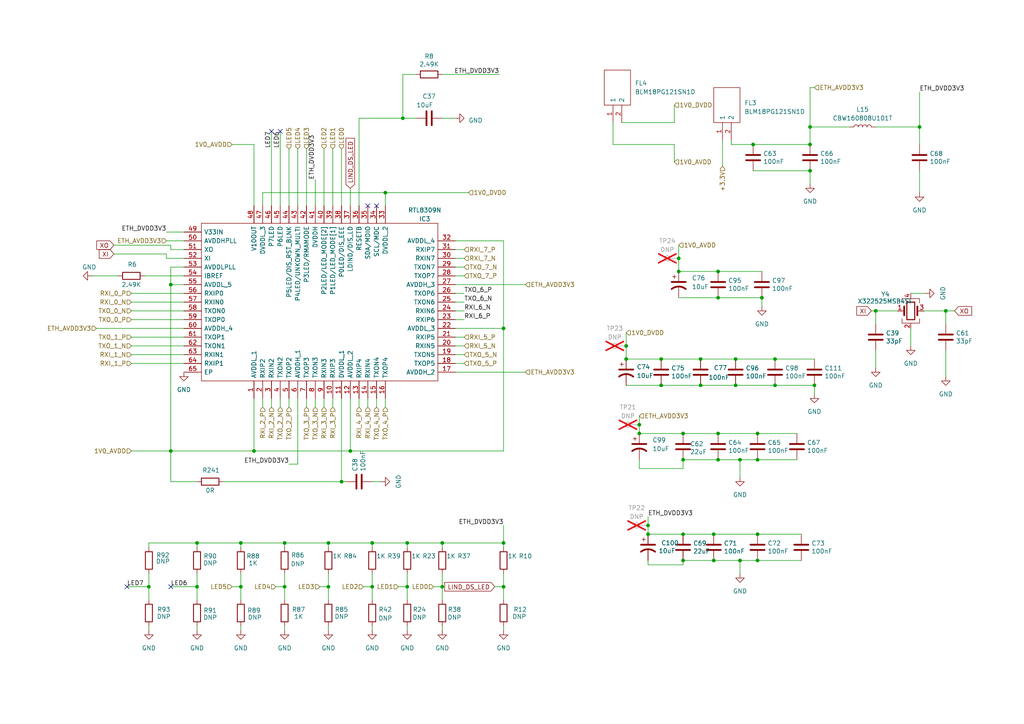
<source format=kicad_sch>
(kicad_sch (version 20231120) (generator "eeschema") (generator_version "8.0")
  (paper "A4")
  (lib_symbols
    (symbol "BLM18PG121SN1D:BLM18PG121SN1D" (pin_names (offset 0.762))
      (property "Reference" "FL" (at 16.51 7.62 0))
      (property "Value" "BLM18PG121SN1D" (at 16.51 5.08 0))
      (symbol "BLM18PG121SN1D_0_0"
        (pin passive line (at 0 0 0) (length 5.08) (name "1") (number "1"))
        (pin passive line (at 0 -2.54 0) (length 5.08) (name "2") (number "2"))
      )
      (symbol "BLM18PG121SN1D_0_1"
        (polyline (pts (xy 5.08 2.54) (xy 15.24 2.54) (xy 15.24 -5.08) (xy 5.08 -5.08) (xy 5.08 2.54)) (stroke (width 0.1524)))
      )
    )
    (symbol "Connector:TestPoint" (pin_numbers hide) (pin_names (offset 0.762) hide)
      (property "Reference" "TP" (at 0 6.858 0))
      (property "Value" "TestPoint" (at 0 5.08 0))
      (symbol "TestPoint_0_1"
        (circle (center 0 3.302) (radius 0.762))
      )
      (symbol "TestPoint_1_1"
        (pin passive line (at 0 0 90) (length 2.54) (name "1") (number "1"))
      )
    )
    (symbol "Device:C" (pin_numbers hide) (pin_names (offset 0.254))
      (property "Reference" "C" (at 0.635 2.54 0))
      (property "Value" "C" (at 0.635 -2.54 0))
      (symbol "C_0_1"
        (polyline (pts (xy -2.032 -0.762) (xy 2.032 -0.762)) (stroke (width 0.508)))
        (polyline (pts (xy -2.032 0.762) (xy 2.032 0.762)) (stroke (width 0.508)))
      )
      (symbol "C_1_1"
        (pin passive line (at 0 3.81 270) (length 2.794) (name "~") (number "1"))
        (pin passive line (at 0 -3.81 90) (length 2.794) (name "~") (number "2"))
      )
    )
    (symbol "Device:C_Polarized_US" (pin_numbers hide) (pin_names (offset 0.254) hide)
      (property "Reference" "C" (at 0.635 2.54 0))
      (property "Value" "C_Polarized_US" (at 0.635 -2.54 0))
      (symbol "C_Polarized_US_0_1"
        (polyline (pts (xy -2.032 0.762) (xy 2.032 0.762)) (stroke (width 0.508)))
        (polyline (pts (xy -1.778 2.286) (xy -0.762 2.286)))
        (polyline (pts (xy -1.27 1.778) (xy -1.27 2.794)))
        (arc (start 2.032 -1.27) (mid 0 -0.5572) (end -2.032 -1.27) (stroke (width 0.508)))
      )
      (symbol "C_Polarized_US_1_1"
        (pin passive line (at 0 3.81 270) (length 2.794) (name "~") (number "1"))
        (pin passive line (at 0 -3.81 90) (length 3.302) (name "~") (number "2"))
      )
    )
    (symbol "Device:Crystal_GND2" (pin_names (offset 1.016) hide)
      (property "Reference" "Y" (at -6.604 4.318 0))
      (property "Value" "Crystal_GND2" (at -10.414 -2.794 0))
      (symbol "Crystal_GND2_0_1"
        (rectangle (start -1.143 2.54) (end 1.143 -2.54) (stroke (width 0.3048)))
        (polyline (pts (xy -2.54 0) (xy -1.905 0)))
        (polyline (pts (xy -1.905 -1.27) (xy -1.905 1.27)) (stroke (width 0.508)))
        (polyline (pts (xy 0 -3.81) (xy 0 -3.556)))
        (polyline (pts (xy 0 3.81) (xy 0 3.556)))
        (polyline (pts (xy 1.905 0) (xy 2.54 0)))
        (polyline (pts (xy 1.905 1.27) (xy 1.905 -1.27)) (stroke (width 0.508)))
        (polyline (pts (xy -2.54 -2.286) (xy -2.54 -3.556) (xy 2.54 -3.556) (xy 2.54 -2.286)))
        (polyline (pts (xy 2.54 2.286) (xy 2.54 3.556) (xy -2.54 3.556) (xy -2.54 2.286)))
      )
      (symbol "Crystal_GND2_1_1"
        (pin passive line (at -3.81 0 0) (length 1.27) (name "1") (number "1"))
        (pin passive line (at 0 -5.08 90) (length 1.27) (name "2") (number "2"))
        (pin passive line (at 3.81 0 180) (length 1.27) (name "3") (number "3"))
        (pin passive line (at 0 5.08 270) (length 1.27) (name "4") (number "4"))
      )
    )
    (symbol "Device:L" (pin_numbers hide) (pin_names (offset 1.016) hide)
      (property "Reference" "L" (at -1.27 0 90))
      (property "Value" "L" (at 1.905 0 90))
      (symbol "L_0_1"
        (arc (start 0 -2.54) (mid 0.6323 -1.905) (end 0 -1.27))
        (arc (start 0 -1.27) (mid 0.6323 -0.635) (end 0 0))
        (arc (start 0 0) (mid 0.6323 0.635) (end 0 1.27))
        (arc (start 0 1.27) (mid 0.6323 1.905) (end 0 2.54))
      )
      (symbol "L_1_1"
        (pin passive line (at 0 3.81 270) (length 1.27) (name "1") (number "1"))
        (pin passive line (at 0 -3.81 90) (length 1.27) (name "2") (number "2"))
      )
    )
    (symbol "Device:R" (pin_numbers hide) (pin_names (offset 0))
      (property "Reference" "R" (at 2.032 0 90))
      (property "Value" "R" (at 0 0 90))
      (symbol "R_0_1"
        (rectangle (start -1.016 -2.54) (end 1.016 2.54) (stroke (width 0.254)))
      )
      (symbol "R_1_1"
        (pin passive line (at 0 3.81 270) (length 1.27) (name "~") (number "1"))
        (pin passive line (at 0 -3.81 90) (length 1.27) (name "~") (number "2"))
      )
    )
    (symbol "RTL8309N:RTL8309N" (pin_names (offset 0.762))
      (property "Reference" "IC" (at 52.07 20.32 0))
      (property "Value" "RTL8309N" (at 52.07 17.78 0))
      (symbol "RTL8309N_0_0"
        (pin passive line (at 0 0 0) (length 5.08) (name "AVDDL_1") (number "1"))
        (pin passive line (at 0 -22.86 0) (length 5.08) (name "RXIP3") (number "10"))
        (pin passive line (at 0 -25.4 0) (length 5.08) (name "DVDDL_1") (number "11"))
        (pin passive line (at 0 -27.94 0) (length 5.08) (name "AVDDL_2") (number "12"))
        (pin passive line (at 0 -30.48 0) (length 5.08) (name "RXIP4") (number "13"))
        (pin passive line (at 0 -33.02 0) (length 5.08) (name "RXIN4") (number "14"))
        (pin passive line (at 0 -35.56 0) (length 5.08) (name "TXON4") (number "15"))
        (pin passive line (at 0 -38.1 0) (length 5.08) (name "TXOP4") (number "16"))
        (pin passive line (at 7.62 -58.42 90) (length 5.08) (name "AVDDH_2") (number "17"))
        (pin passive line (at 10.16 -58.42 90) (length 5.08) (name "TXOP5") (number "18"))
        (pin passive line (at 12.7 -58.42 90) (length 5.08) (name "TXON5") (number "19"))
        (pin passive line (at 0 -2.54 0) (length 5.08) (name "RXIP2") (number "2"))
        (pin passive line (at 15.24 -58.42 90) (length 5.08) (name "RXIN5") (number "20"))
        (pin passive line (at 17.78 -58.42 90) (length 5.08) (name "RXIP5") (number "21"))
        (pin passive line (at 20.32 -58.42 90) (length 5.08) (name "AVDDL_3") (number "22"))
        (pin passive line (at 22.86 -58.42 90) (length 5.08) (name "RXIP6") (number "23"))
        (pin passive line (at 25.4 -58.42 90) (length 5.08) (name "RXIN6") (number "24"))
        (pin passive line (at 27.94 -58.42 90) (length 5.08) (name "TXON6") (number "25"))
        (pin passive line (at 30.48 -58.42 90) (length 5.08) (name "TXOP6") (number "26"))
        (pin passive line (at 33.02 -58.42 90) (length 5.08) (name "AVDDH_3") (number "27"))
        (pin passive line (at 35.56 -58.42 90) (length 5.08) (name "TXOP7") (number "28"))
        (pin passive line (at 38.1 -58.42 90) (length 5.08) (name "TXON7") (number "29"))
        (pin passive line (at 0 -5.08 0) (length 5.08) (name "RXIN2") (number "3"))
        (pin passive line (at 40.64 -58.42 90) (length 5.08) (name "RXIN7") (number "30"))
        (pin passive line (at 43.18 -58.42 90) (length 5.08) (name "RXIP7") (number "31"))
        (pin passive line (at 45.72 -58.42 90) (length 5.08) (name "AVDDL_4") (number "32"))
        (pin passive line (at 55.88 -38.1 180) (length 5.08) (name "DVDDL_2") (number "33"))
        (pin passive line (at 55.88 -35.56 180) (length 5.08) (name "SCL/MDC") (number "34"))
        (pin passive line (at 55.88 -33.02 180) (length 5.08) (name "SDA/MDIO") (number "35"))
        (pin passive line (at 55.88 -30.48 180) (length 5.08) (name "RESETB") (number "36"))
        (pin passive line (at 55.88 -27.94 180) (length 5.08) (name "LDIND/DIS_LD") (number "37"))
        (pin passive line (at 55.88 -25.4 180) (length 5.08) (name "P0LED/DIS_EEE") (number "38"))
        (pin passive line (at 55.88 -22.86 180) (length 5.08) (name "P1LED/LED_MODE[1]") (number "39"))
        (pin passive line (at 0 -7.62 0) (length 5.08) (name "TXON2") (number "4"))
        (pin passive line (at 55.88 -20.32 180) (length 5.08) (name "P2LED/LED_MODE[2]") (number "40"))
        (pin passive line (at 55.88 -17.78 180) (length 5.08) (name "DVDDH") (number "41"))
        (pin passive line (at 55.88 -15.24 180) (length 5.08) (name "P3LED/RMAMODE") (number "42"))
        (pin passive line (at 55.88 -12.7 180) (length 5.08) (name "P4LED/UNKOWN_MULTI") (number "43"))
        (pin passive line (at 55.88 -10.16 180) (length 5.08) (name "P5LED/DIS_RST_BLNK") (number "44"))
        (pin passive line (at 55.88 -7.62 180) (length 5.08) (name "P6LED") (number "45"))
        (pin passive line (at 55.88 -5.08 180) (length 5.08) (name "P7LED") (number "46"))
        (pin passive line (at 55.88 -2.54 180) (length 5.08) (name "DVDDL_3") (number "47"))
        (pin passive line (at 55.88 0 180) (length 5.08) (name "V10OUT") (number "48"))
        (pin passive line (at 48.26 20.32 270) (length 5.08) (name "V33IN") (number "49"))
        (pin passive line (at 0 -10.16 0) (length 5.08) (name "TXOP2") (number "5"))
        (pin passive line (at 45.72 20.32 270) (length 5.08) (name "AVDDHPLL") (number "50"))
        (pin passive line (at 43.18 20.32 270) (length 5.08) (name "XO") (number "51"))
        (pin passive line (at 40.64 20.32 270) (length 5.08) (name "XI") (number "52"))
        (pin passive line (at 38.1 20.32 270) (length 5.08) (name "AVDDLPLL") (number "53"))
        (pin passive line (at 35.56 20.32 270) (length 5.08) (name "IBREF") (number "54"))
        (pin passive line (at 33.02 20.32 270) (length 5.08) (name "AVDDL_5") (number "55"))
        (pin passive line (at 30.48 20.32 270) (length 5.08) (name "RXIP0") (number "56"))
        (pin passive line (at 27.94 20.32 270) (length 5.08) (name "RXIN0") (number "57"))
        (pin passive line (at 25.4 20.32 270) (length 5.08) (name "TXON0") (number "58"))
        (pin passive line (at 22.86 20.32 270) (length 5.08) (name "TXOP0") (number "59"))
        (pin passive line (at 0 -12.7 0) (length 5.08) (name "AVDDH_1") (number "6"))
        (pin passive line (at 20.32 20.32 270) (length 5.08) (name "AVDDH_4") (number "60"))
        (pin passive line (at 17.78 20.32 270) (length 5.08) (name "TXOP1") (number "61"))
        (pin passive line (at 15.24 20.32 270) (length 5.08) (name "TXON1") (number "62"))
        (pin passive line (at 12.7 20.32 270) (length 5.08) (name "RXIN1") (number "63"))
        (pin passive line (at 10.16 20.32 270) (length 5.08) (name "RXIP1") (number "64"))
        (pin passive line (at 7.62 20.32 270) (length 5.08) (name "EP") (number "65"))
        (pin passive line (at 0 -15.24 0) (length 5.08) (name "TXOP3") (number "7"))
        (pin passive line (at 0 -17.78 0) (length 5.08) (name "TXON3") (number "8"))
        (pin passive line (at 0 -20.32 0) (length 5.08) (name "RXIN3") (number "9"))
      )
      (symbol "RTL8309N_0_1"
        (polyline (pts (xy 5.08 15.24) (xy 50.8 15.24) (xy 50.8 -53.34) (xy 5.08 -53.34) (xy 5.08 15.24)) (stroke (width 0.1524)))
      )
    )
    (symbol "power:GND" (power) (pin_names (offset 0))
      (property "Value" "GND" (at 0 -3.81 0))
      (symbol "GND_0_1"
        (polyline (pts (xy 0 0) (xy 0 -1.27) (xy 1.27 -1.27) (xy 0 -2.54) (xy -1.27 -1.27) (xy 0 -1.27)))
      )
      (symbol "GND_1_1"
        (pin power_in line (at 0 0 270) (length 0) hide (name "GND") (number "1"))
      )
    )
  )
  (junction (at 234.95 49.53))
  (junction (at 218.44 41.91))
  (junction (at 118.11 157.48))
  (junction (at 49.53 82.55))
  (junction (at 128.27 157.48))
  (junction (at 220.98 86.36))
  (junction (at 198.12 125.73))
  (junction (at 191.77 111.76))
  (junction (at 118.11 170.18))
  (junction (at 234.95 36.83))
  (junction (at 198.12 133.35))
  (junction (at 219.71 154.94))
  (junction (at 187.96 154.94))
  (junction (at 95.25 170.18))
  (junction (at 208.28 78.74))
  (junction (at 214.63 133.35))
  (junction (at 219.71 125.73))
  (junction (at 196.85 74.93))
  (junction (at 99.06 139.7))
  (junction (at 198.12 154.94))
  (junction (at 116.84 34.29))
  (junction (at 208.28 133.35))
  (junction (at 234.95 41.91))
  (junction (at 57.15 170.18))
  (junction (at 266.7 36.83))
  (junction (at 208.28 86.36))
  (junction (at 57.15 157.48))
  (junction (at 146.05 157.48))
  (junction (at 236.22 111.76))
  (junction (at 203.2 104.14))
  (junction (at 69.85 170.18))
  (junction (at 213.36 111.76))
  (junction (at 146.05 170.18))
  (junction (at 82.55 157.48))
  (junction (at 219.71 133.35))
  (junction (at 254 90.17))
  (junction (at 73.66 130.81))
  (junction (at 43.18 170.18))
  (junction (at 181.61 104.14))
  (junction (at 146.05 95.25))
  (junction (at 213.36 104.14))
  (junction (at 207.01 162.56))
  (junction (at 82.55 170.18))
  (junction (at 224.79 104.14))
  (junction (at 196.85 78.74))
  (junction (at 207.01 154.94))
  (junction (at 198.12 162.56))
  (junction (at 107.95 170.18))
  (junction (at 274.32 90.17))
  (junction (at 191.77 104.14))
  (junction (at 203.2 111.76))
  (junction (at 208.28 125.73))
  (junction (at 107.95 157.48))
  (junction (at 181.61 100.33))
  (junction (at 219.71 162.56))
  (junction (at 187.96 152.4))
  (junction (at 214.63 162.56))
  (junction (at 95.25 157.48))
  (junction (at 101.6 130.81))
  (junction (at 69.85 157.48))
  (junction (at 111.76 55.88))
  (junction (at 224.79 111.76))
  (junction (at 128.27 170.18))
  (junction (at 185.42 123.19))
  (junction (at 49.53 130.81))
  (junction (at 185.42 125.73))
  (no_connect (at 109.22 59.69))
  (no_connect (at 36.83 170.18))
  (no_connect (at 81.28 38.1))
  (no_connect (at 106.68 59.69))
  (no_connect (at 78.74 38.1))
  (no_connect (at 49.53 170.18))
  (wire (pts (xy 266.7 26.67) (xy 266.7 36.83)))
  (wire (pts (xy 128.27 21.59) (xy 144.78 21.59)))
  (wire (pts (xy 203.2 111.76) (xy 213.36 111.76)))
  (wire (pts (xy 146.05 130.81) (xy 146.05 95.25)))
  (wire (pts (xy 82.55 157.48) (xy 95.25 157.48)))
  (wire (pts (xy 38.1 87.63) (xy 53.34 87.63)))
  (wire (pts (xy 146.05 157.48) (xy 146.05 158.75)))
  (wire (pts (xy 181.61 104.14) (xy 191.77 104.14)))
  (wire (pts (xy 207.01 154.94) (xy 219.71 154.94)))
  (wire (pts (xy 134.62 90.17) (xy 132.08 90.17)))
  (wire (pts (xy 83.82 118.11) (xy 83.82 115.57)))
  (wire (pts (xy 214.63 162.56) (xy 219.71 162.56)))
  (wire (pts (xy 196.85 74.93) (xy 196.85 78.74)))
  (wire (pts (xy 106.68 118.11) (xy 106.68 115.57)))
  (wire (pts (xy 48.26 69.85) (xy 53.34 69.85)))
  (wire (pts (xy 111.76 55.88) (xy 111.76 59.69)))
  (wire (pts (xy 218.44 41.91) (xy 234.95 41.91)))
  (wire (pts (xy 120.65 21.59) (xy 116.84 21.59)))
  (wire (pts (xy 115.57 170.18) (xy 118.11 170.18)))
  (wire (pts (xy 57.15 157.48) (xy 69.85 157.48)))
  (wire (pts (xy 132.08 69.85) (xy 146.05 69.85)))
  (wire (pts (xy 132.08 82.55) (xy 152.4 82.55)))
  (wire (pts (xy 95.25 166.37) (xy 95.25 170.18)))
  (wire (pts (xy 181.61 111.76) (xy 191.77 111.76)))
  (wire (pts (xy 267.97 90.17) (xy 274.32 90.17)))
  (wire (pts (xy 76.2 59.69) (xy 76.2 55.88)))
  (wire (pts (xy 208.28 78.74) (xy 220.98 78.74)))
  (wire (pts (xy 57.15 170.18) (xy 57.15 173.99)))
  (wire (pts (xy 99.06 139.7) (xy 100.33 139.7)))
  (wire (pts (xy 107.95 166.37) (xy 107.95 170.18)))
  (wire (pts (xy 187.96 163.83) (xy 198.12 163.83)))
  (wire (pts (xy 101.6 130.81) (xy 146.05 130.81)))
  (wire (pts (xy 212.09 41.91) (xy 218.44 41.91)))
  (wire (pts (xy 78.74 118.11) (xy 78.74 115.57)))
  (wire (pts (xy 99.06 115.57) (xy 99.06 139.7)))
  (wire (pts (xy 214.63 162.56) (xy 214.63 166.37)))
  (wire (pts (xy 191.77 104.14) (xy 203.2 104.14)))
  (wire (pts (xy 57.15 139.7) (xy 49.53 139.7)))
  (wire (pts (xy 146.05 152.4) (xy 146.05 157.48)))
  (wire (pts (xy 146.05 170.18) (xy 146.05 173.99)))
  (wire (pts (xy 49.53 82.55) (xy 49.53 130.81)))
  (wire (pts (xy 101.6 115.57) (xy 101.6 130.81)))
  (wire (pts (xy 88.9 118.11) (xy 88.9 115.57)))
  (wire (pts (xy 214.63 133.35) (xy 219.71 133.35)))
  (wire (pts (xy 105.41 170.18) (xy 107.95 170.18)))
  (wire (pts (xy 107.95 181.61) (xy 107.95 182.88)))
  (wire (pts (xy 99.06 139.7) (xy 64.77 139.7)))
  (wire (pts (xy 36.83 170.18) (xy 43.18 170.18)))
  (wire (pts (xy 195.58 35.56) (xy 195.58 30.48)))
  (wire (pts (xy 86.36 43.18) (xy 86.36 59.69)))
  (wire (pts (xy 38.1 130.81) (xy 49.53 130.81)))
  (wire (pts (xy 99.06 43.18) (xy 99.06 59.69)))
  (wire (pts (xy 49.53 72.39) (xy 53.34 72.39)))
  (wire (pts (xy 82.55 170.18) (xy 82.55 173.99)))
  (wire (pts (xy 96.52 118.11) (xy 96.52 115.57)))
  (wire (pts (xy 43.18 157.48) (xy 43.18 158.75)))
  (wire (pts (xy 260.35 90.17) (xy 254 90.17)))
  (wire (pts (xy 88.9 43.18) (xy 88.9 59.69)))
  (wire (pts (xy 254 36.83) (xy 266.7 36.83)))
  (wire (pts (xy 101.6 54.61) (xy 101.6 59.69)))
  (wire (pts (xy 212.09 40.64) (xy 212.09 41.91)))
  (wire (pts (xy 196.85 71.12) (xy 196.85 74.93)))
  (wire (pts (xy 209.55 40.64) (xy 209.55 48.26)))
  (wire (pts (xy 268.4096 85.09) (xy 264.16 85.09)))
  (wire (pts (xy 107.95 157.48) (xy 107.95 158.75)))
  (wire (pts (xy 252.73 90.17) (xy 254 90.17)))
  (wire (pts (xy 180.34 35.56) (xy 195.58 35.56)))
  (wire (pts (xy 191.77 111.76) (xy 203.2 111.76)))
  (wire (pts (xy 181.61 100.33) (xy 181.61 104.14)))
  (wire (pts (xy 128.27 157.48) (xy 146.05 157.48)))
  (wire (pts (xy 274.32 90.17) (xy 274.32 93.98)))
  (wire (pts (xy 198.12 135.89) (xy 198.12 133.35)))
  (wire (pts (xy 49.53 77.47) (xy 49.53 82.55)))
  (wire (pts (xy 128.27 181.61) (xy 128.27 182.88)))
  (wire (pts (xy 185.42 125.73) (xy 198.12 125.73)))
  (wire (pts (xy 26.67 80.01) (xy 34.29 80.01)))
  (wire (pts (xy 43.18 181.61) (xy 43.18 182.88)))
  (wire (pts (xy 95.25 157.48) (xy 107.95 157.48)))
  (wire (pts (xy 219.71 133.35) (xy 231.14 133.35)))
  (wire (pts (xy 234.95 25.4) (xy 234.95 36.83)))
  (wire (pts (xy 49.53 130.81) (xy 73.66 130.81)))
  (wire (pts (xy 203.2 104.14) (xy 213.36 104.14)))
  (wire (pts (xy 128.27 170.18) (xy 128.27 173.99)))
  (wire (pts (xy 134.62 74.93) (xy 132.08 74.93)))
  (wire (pts (xy 134.62 85.09) (xy 132.08 85.09)))
  (wire (pts (xy 48.26 67.31) (xy 53.34 67.31)))
  (wire (pts (xy 208.28 86.36) (xy 220.98 86.36)))
  (wire (pts (xy 208.28 133.35) (xy 214.63 133.35)))
  (wire (pts (xy 69.85 181.61) (xy 69.85 182.88)))
  (wire (pts (xy 38.1 85.09) (xy 53.34 85.09)))
  (wire (pts (xy 118.11 166.37) (xy 118.11 170.18)))
  (wire (pts (xy 220.98 86.36) (xy 220.98 88.9)))
  (wire (pts (xy 109.22 118.11) (xy 109.22 115.57)))
  (wire (pts (xy 274.32 90.17) (xy 276.86 90.17)))
  (wire (pts (xy 187.96 154.94) (xy 198.12 154.94)))
  (wire (pts (xy 49.53 130.81) (xy 49.53 139.7)))
  (wire (pts (xy 86.36 134.62) (xy 86.36 115.57)))
  (wire (pts (xy 134.62 72.39) (xy 132.08 72.39)))
  (wire (pts (xy 38.1 105.41) (xy 53.34 105.41)))
  (wire (pts (xy 207.01 162.56) (xy 214.63 162.56)))
  (wire (pts (xy 132.08 107.95) (xy 152.4 107.95)))
  (wire (pts (xy 49.53 82.55) (xy 53.34 82.55)))
  (wire (pts (xy 146.05 166.37) (xy 146.05 170.18)))
  (wire (pts (xy 41.91 80.01) (xy 53.34 80.01)))
  (wire (pts (xy 254 90.17) (xy 254 93.98)))
  (wire (pts (xy 38.1 90.17) (xy 53.34 90.17)))
  (wire (pts (xy 43.18 166.37) (xy 43.18 170.18)))
  (wire (pts (xy 128.27 166.37) (xy 128.27 170.18)))
  (wire (pts (xy 69.85 166.37) (xy 69.85 170.18)))
  (wire (pts (xy 185.42 123.19) (xy 185.42 125.73)))
  (wire (pts (xy 198.12 163.83) (xy 198.12 162.56)))
  (wire (pts (xy 33.02 73.66) (xy 48.26 73.66)))
  (wire (pts (xy 67.31 41.91) (xy 73.66 41.91)))
  (wire (pts (xy 254 106.68) (xy 254 101.6)))
  (wire (pts (xy 76.2 118.11) (xy 76.2 115.57)))
  (wire (pts (xy 134.62 77.47) (xy 132.08 77.47)))
  (wire (pts (xy 195.58 41.91) (xy 195.58 46.99)))
  (wire (pts (xy 43.18 157.48) (xy 57.15 157.48)))
  (wire (pts (xy 38.1 100.33) (xy 53.34 100.33)))
  (wire (pts (xy 27.94 95.25) (xy 53.34 95.25)))
  (wire (pts (xy 198.12 162.56) (xy 207.01 162.56)))
  (wire (pts (xy 91.44 52.07) (xy 91.44 59.69)))
  (wire (pts (xy 234.95 36.83) (xy 234.95 41.91)))
  (wire (pts (xy 214.63 138.43) (xy 214.63 133.35)))
  (wire (pts (xy 134.62 92.71) (xy 132.08 92.71)))
  (wire (pts (xy 38.1 92.71) (xy 53.34 92.71)))
  (wire (pts (xy 196.85 78.74) (xy 208.28 78.74)))
  (wire (pts (xy 57.15 181.61) (xy 57.15 182.88)))
  (wire (pts (xy 132.08 34.29) (xy 128.27 34.29)))
  (wire (pts (xy 146.05 181.61) (xy 146.05 182.88)))
  (wire (pts (xy 82.55 181.61) (xy 82.55 182.88)))
  (wire (pts (xy 118.11 170.18) (xy 118.11 173.99)))
  (wire (pts (xy 81.28 118.11) (xy 81.28 115.57)))
  (wire (pts (xy 93.98 43.18) (xy 93.98 59.69)))
  (wire (pts (xy 83.82 134.62) (xy 86.36 134.62)))
  (wire (pts (xy 224.79 104.14) (xy 213.36 104.14)))
  (wire (pts (xy 234.95 53.34) (xy 234.95 49.53)))
  (wire (pts (xy 80.01 170.18) (xy 82.55 170.18)))
  (wire (pts (xy 198.12 125.73) (xy 208.28 125.73)))
  (wire (pts (xy 73.66 130.81) (xy 101.6 130.81)))
  (wire (pts (xy 143.51 170.18) (xy 146.05 170.18)))
  (wire (pts (xy 246.38 36.83) (xy 234.95 36.83)))
  (wire (pts (xy 135.89 55.88) (xy 111.76 55.88)))
  (wire (pts (xy 78.74 38.1) (xy 78.74 59.69)))
  (wire (pts (xy 96.52 43.18) (xy 96.52 59.69)))
  (wire (pts (xy 92.71 170.18) (xy 95.25 170.18)))
  (wire (pts (xy 104.14 118.11) (xy 104.14 115.57)))
  (wire (pts (xy 116.84 21.59) (xy 116.84 34.29)))
  (wire (pts (xy 134.62 87.63) (xy 132.08 87.63)))
  (wire (pts (xy 118.11 157.48) (xy 118.11 158.75)))
  (wire (pts (xy 48.26 74.93) (xy 53.34 74.93)))
  (wire (pts (xy 134.62 97.79) (xy 132.08 97.79)))
  (wire (pts (xy 177.8 35.56) (xy 177.8 41.91)))
  (wire (pts (xy 81.28 38.1) (xy 81.28 59.69)))
  (wire (pts (xy 82.55 166.37) (xy 82.55 170.18)))
  (wire (pts (xy 69.85 157.48) (xy 82.55 157.48)))
  (wire (pts (xy 57.15 157.48) (xy 57.15 158.75)))
  (wire (pts (xy 134.62 102.87) (xy 132.08 102.87)))
  (wire (pts (xy 196.85 86.36) (xy 208.28 86.36)))
  (wire (pts (xy 111.76 118.11) (xy 111.76 115.57)))
  (wire (pts (xy 107.95 157.48) (xy 118.11 157.48)))
  (wire (pts (xy 95.25 157.48) (xy 95.25 158.75)))
  (wire (pts (xy 134.62 100.33) (xy 132.08 100.33)))
  (wire (pts (xy 132.08 95.25) (xy 146.05 95.25)))
  (wire (pts (xy 49.53 170.18) (xy 57.15 170.18)))
  (wire (pts (xy 57.15 166.37) (xy 57.15 170.18)))
  (wire (pts (xy 73.66 41.91) (xy 73.66 59.69)))
  (wire (pts (xy 219.71 154.94) (xy 232.41 154.94)))
  (wire (pts (xy 93.98 118.11) (xy 93.98 115.57)))
  (wire (pts (xy 76.2 55.88) (xy 111.76 55.88)))
  (wire (pts (xy 107.95 170.18) (xy 107.95 173.99)))
  (wire (pts (xy 218.44 49.53) (xy 234.95 49.53)))
  (wire (pts (xy 33.02 71.12) (xy 49.53 71.12)))
  (wire (pts (xy 67.31 170.18) (xy 69.85 170.18)))
  (wire (pts (xy 198.12 133.35) (xy 208.28 133.35)))
  (wire (pts (xy 224.79 111.76) (xy 236.22 111.76)))
  (wire (pts (xy 118.11 157.48) (xy 128.27 157.48)))
  (wire (pts (xy 128.27 157.48) (xy 128.27 158.75)))
  (wire (pts (xy 95.25 170.18) (xy 95.25 173.99)))
  (wire (pts (xy 266.7 36.83) (xy 266.7 41.91)))
  (wire (pts (xy 134.62 105.41) (xy 132.08 105.41)))
  (wire (pts (xy 187.96 162.56) (xy 187.96 163.83)))
  (wire (pts (xy 224.79 104.14) (xy 236.22 104.14)))
  (wire (pts (xy 48.26 73.66) (xy 48.26 74.93)))
  (wire (pts (xy 185.42 133.35) (xy 185.42 135.89)))
  (wire (pts (xy 38.1 97.79) (xy 53.34 97.79)))
  (wire (pts (xy 236.22 111.76) (xy 236.22 114.3)))
  (wire (pts (xy 104.14 34.29) (xy 104.14 59.69)))
  (wire (pts (xy 219.71 162.56) (xy 232.41 162.56)))
  (wire (pts (xy 236.22 25.4) (xy 234.95 25.4)))
  (wire (pts (xy 95.25 181.61) (xy 95.25 182.88)))
  (wire (pts (xy 134.62 80.01) (xy 132.08 80.01)))
  (wire (pts (xy 185.42 120.65) (xy 185.42 123.19)))
  (wire (pts (xy 73.66 115.57) (xy 73.66 130.81)))
  (wire (pts (xy 198.12 154.94) (xy 207.01 154.94)))
  (wire (pts (xy 187.96 152.4) (xy 187.96 154.94)))
  (wire (pts (xy 219.71 125.73) (xy 231.14 125.73)))
  (wire (pts (xy 264.16 100.33) (xy 264.16 95.25)))
  (wire (pts (xy 49.53 71.12) (xy 49.53 72.39)))
  (wire (pts (xy 118.11 181.61) (xy 118.11 182.88)))
  (wire (pts (xy 83.82 43.18) (xy 83.82 59.69)))
  (wire (pts (xy 82.55 157.48) (xy 82.55 158.75)))
  (wire (pts (xy 266.7 55.88) (xy 266.7 49.53)))
  (wire (pts (xy 187.96 149.86) (xy 187.96 152.4)))
  (wire (pts (xy 208.28 125.73) (xy 219.71 125.73)))
  (wire (pts (xy 185.42 135.89) (xy 198.12 135.89)))
  (wire (pts (xy 274.32 109.22) (xy 274.32 101.6)))
  (wire (pts (xy 181.61 96.52) (xy 181.61 100.33)))
  (wire (pts (xy 120.65 34.29) (xy 116.84 34.29)))
  (wire (pts (xy 177.8 41.91) (xy 195.58 41.91)))
  (wire (pts (xy 43.18 170.18) (xy 43.18 173.99)))
  (wire (pts (xy 110.49 139.7) (xy 107.95 139.7)))
  (wire (pts (xy 69.85 170.18) (xy 69.85 173.99)))
  (wire (pts (xy 38.1 102.87) (xy 53.34 102.87)))
  (wire (pts (xy 69.85 157.48) (xy 69.85 158.75)))
  (wire (pts (xy 146.05 69.85) (xy 146.05 95.25)))
  (wire (pts (xy 53.34 77.47) (xy 49.53 77.47)))
  (wire (pts (xy 116.84 34.29) (xy 104.14 34.29)))
  (wire (pts (xy 213.36 111.76) (xy 224.79 111.76)))
  (wire (pts (xy 125.73 170.18) (xy 128.27 170.18)))
  (wire (pts (xy 91.44 118.11) (xy 91.44 115.57)))
  (label "ETH_DVDD3V3" (at 144.78 21.59 180))
  (label "RXI_6_P" (at 134.62 92.71 0))
  (label "RXI_6_N" (at 134.62 90.17 0))
  (label "LED6" (at 81.28 38.1 270))
  (label "TXO_6_N" (at 134.62 87.63 0))
  (label "LED7" (at 36.83 170.18 0))
  (label "ETH_DVDD3V3" (at 83.82 134.62 180))
  (label "ETH_DVDD3V3" (at 146.05 152.4 180))
  (label "ETH_DVDD3V3" (at 187.96 149.86 0))
  (label "ETH_DVDD3V3" (at 266.7 26.67 0))
  (label "TXO_6_P" (at 134.62 85.09 0))
  (label "LED7" (at 78.74 38.1 270))
  (label "ETH_DVDD3V3" (at 48.26 67.31 180))
  (label "ETH_DVDD3V3" (at 91.44 52.07 90))
  (label "LED6" (at 49.53 170.18 0))
  (global_label "XO" (shape input) (at 33.02 71.12 180) (property "Intersheetrefs" "${INTERSHEET_REFS}" (effects (hide yes))))
  (global_label "XO" (shape input) (at 276.86 90.17 0) (property "Intersheetrefs" "${INTERSHEET_REFS}" (effects (hide yes))))
  (global_label "LIND_DS_LED" (shape input) (at 101.6 54.61 90) (property "Intersheetrefs" "${INTERSHEET_REFS}" (effects (hide yes))))
  (global_label "LIND_DS_LED" (shape input) (at 143.51 170.18 180) (property "Intersheetrefs" "${INTERSHEET_REFS}" (effects (hide yes))))
  (global_label "XI" (shape input) (at 33.02 73.66 180) (property "Intersheetrefs" "${INTERSHEET_REFS}" (effects (hide yes))))
  (global_label "XI" (shape input) (at 252.73 90.17 180) (property "Intersheetrefs" "${INTERSHEET_REFS}" (effects (hide yes))))
  (hierarchical_label "RXI_2_P" (shape input) (at 76.2 118.11 270) (property "Intersheetrefs" "${INTERSHEET_REFS}" (effects (hide yes))))
  (hierarchical_label "LED5" (shape input) (at 83.82 43.18 90))
  (hierarchical_label "TXO_2_N" (shape input) (at 81.28 118.11 270) (property "Intersheetrefs" "${INTERSHEET_REFS}" (effects (hide yes))))
  (hierarchical_label "LED0" (shape input) (at 125.73 170.18 180))
  (hierarchical_label "1V0_AVDD" (shape input) (at 196.85 71.12 0))
  (hierarchical_label "RXI_2_N" (shape input) (at 78.74 118.11 270) (property "Intersheetrefs" "${INTERSHEET_REFS}" (effects (hide yes))))
  (hierarchical_label "LED0" (shape input) (at 99.06 43.18 90))
  (hierarchical_label "RXI_0_N" (shape input) (at 38.1 87.63 180) (property "Intersheetrefs" "${INTERSHEET_REFS}" (effects (hide yes))))
  (hierarchical_label "RXI_0_P" (shape input) (at 38.1 85.09 180) (property "Intersheetrefs" "${INTERSHEET_REFS}" (effects (hide yes))))
  (hierarchical_label "TXO_0_N" (shape input) (at 38.1 90.17 180) (property "Intersheetrefs" "${INTERSHEET_REFS}" (effects (hide yes))))
  (hierarchical_label "RXI_4_N" (shape input) (at 106.68 118.11 270) (property "Intersheetrefs" "${INTERSHEET_REFS}" (effects (hide yes))))
  (hierarchical_label "ETH_AVDD3V3" (shape input) (at 48.26 69.85 180))
  (hierarchical_label "1V0_AVDD" (shape input) (at 195.58 46.99 0))
  (hierarchical_label "1V0_AVDD" (shape input) (at 67.31 41.91 180))
  (hierarchical_label "LED5" (shape input) (at 67.31 170.18 180))
  (hierarchical_label "ETH_AVDD3V3" (shape input) (at 27.94 95.25 180))
  (hierarchical_label "1V0_AVDD" (shape input) (at 38.1 130.81 180))
  (hierarchical_label "RXI_4_P" (shape input) (at 104.14 118.11 270) (property "Intersheetrefs" "${INTERSHEET_REFS}" (effects (hide yes))))
  (hierarchical_label "RXI_3_P" (shape input) (at 96.52 118.11 270) (property "Intersheetrefs" "${INTERSHEET_REFS}" (effects (hide yes))))
  (hierarchical_label "TXO_3_N" (shape input) (at 91.44 118.11 270) (property "Intersheetrefs" "${INTERSHEET_REFS}" (effects (hide yes))))
  (hierarchical_label "LED2" (shape input) (at 93.98 43.18 90))
  (hierarchical_label "TXO_0_P" (shape input) (at 38.1 92.71 180) (property "Intersheetrefs" "${INTERSHEET_REFS}" (effects (hide yes))))
  (hierarchical_label "TXO_4_P" (shape input) (at 111.76 118.11 270) (property "Intersheetrefs" "${INTERSHEET_REFS}" (effects (hide yes))))
  (hierarchical_label "ETH_AVDD3V3" (shape input) (at 185.42 120.65 0))
  (hierarchical_label "TXO_3_P" (shape input) (at 88.9 118.11 270) (property "Intersheetrefs" "${INTERSHEET_REFS}" (effects (hide yes))))
  (hierarchical_label "LED1" (shape input) (at 96.52 43.18 90))
  (hierarchical_label "TXO_1_N" (shape input) (at 38.1 100.33 180) (property "Intersheetrefs" "${INTERSHEET_REFS}" (effects (hide yes))))
  (hierarchical_label "TXO_7_P" (shape input) (at 134.62 80.01 0) (property "Intersheetrefs" "${INTERSHEET_REFS}" (effects (hide yes))))
  (hierarchical_label "1V0_DVDD" (shape input) (at 181.61 96.52 0))
  (hierarchical_label "LED4" (shape input) (at 80.01 170.18 180))
  (hierarchical_label "LED3" (shape input) (at 88.9 43.18 90))
  (hierarchical_label "1V0_DVDD" (shape input) (at 135.89 55.88 0))
  (hierarchical_label "ETH_AVDD3V3" (shape input) (at 152.4 107.95 0))
  (hierarchical_label "RXI_5_P" (shape input) (at 134.62 97.79 0) (property "Intersheetrefs" "${INTERSHEET_REFS}" (effects (hide yes))))
  (hierarchical_label "+3.3V" (shape input) (at 209.55 48.26 270))
  (hierarchical_label "TXO_5_P" (shape input) (at 134.62 105.41 0) (property "Intersheetrefs" "${INTERSHEET_REFS}" (effects (hide yes))))
  (hierarchical_label "ETH_AVDD3V3" (shape input) (at 152.4 82.55 0))
  (hierarchical_label "RXI_1_P" (shape input) (at 38.1 105.41 180) (property "Intersheetrefs" "${INTERSHEET_REFS}" (effects (hide yes))))
  (hierarchical_label "1V0_DVDD" (shape input) (at 195.58 30.48 0))
  (hierarchical_label "TXO_2_P" (shape input) (at 83.82 118.11 270) (property "Intersheetrefs" "${INTERSHEET_REFS}" (effects (hide yes))))
  (hierarchical_label "RXI_7_N" (shape input) (at 134.62 74.93 0) (property "Intersheetrefs" "${INTERSHEET_REFS}" (effects (hide yes))))
  (hierarchical_label "RXI_5_N" (shape input) (at 134.62 100.33 0) (property "Intersheetrefs" "${INTERSHEET_REFS}" (effects (hide yes))))
  (hierarchical_label "RXI_7_P" (shape input) (at 134.62 72.39 0) (property "Intersheetrefs" "${INTERSHEET_REFS}" (effects (hide yes))))
  (hierarchical_label "RXI_3_N" (shape input) (at 93.98 118.11 270) (property "Intersheetrefs" "${INTERSHEET_REFS}" (effects (hide yes))))
  (hierarchical_label "ETH_AVDD3V3" (shape input) (at 236.22 25.4 0))
  (hierarchical_label "LED2" (shape input) (at 105.41 170.18 180))
  (hierarchical_label "TXO_1_P" (shape input) (at 38.1 97.79 180) (property "Intersheetrefs" "${INTERSHEET_REFS}" (effects (hide yes))))
  (hierarchical_label "LED4" (shape input) (at 86.36 43.18 90))
  (hierarchical_label "TXO_4_N" (shape input) (at 109.22 118.11 270) (property "Intersheetrefs" "${INTERSHEET_REFS}" (effects (hide yes))))
  (hierarchical_label "TXO_5_N" (shape input) (at 134.62 102.87 0) (property "Intersheetrefs" "${INTERSHEET_REFS}" (effects (hide yes))))
  (hierarchical_label "RXI_1_N" (shape input) (at 38.1 102.87 180) (property "Intersheetrefs" "${INTERSHEET_REFS}" (effects (hide yes))))
  (hierarchical_label "LED3" (shape input) (at 92.71 170.18 180))
  (hierarchical_label "LED1" (shape input) (at 115.57 170.18 180))
  (hierarchical_label "TXO_7_N" (shape input) (at 134.62 77.47 0) (property "Intersheetrefs" "${INTERSHEET_REFS}" (effects (hide yes))))
  (symbol (lib_id "Connector:TestPoint") (at 187.96 152.4 90) (unit 1) (dnp yes)
    (property "Reference" "TP22" (at 184.658 147.32 90))
    (property "Value" "DNP" (at 184.658 149.86 90))
    (property "Footprint" "Connector_Pin:Pin_D1.0mm_L10.0mm" (effects (hide yes)))
    (property "Description" "test point" (effects (hide yes)))
  )
  (symbol (lib_id "Device:C") (at 274.32 97.79 0) (unit 1)
    (property "Reference" "C61" (at 277.241 96.6216 0) (effects (justify left)))
    (property "Value" "33pF" (at 277.241 98.933 0) (effects (justify left)))
    (property "Footprint" "Capacitor_SMD:C_0603_1608Metric" (effects (hide yes)))
    (property "MPN" "CL10C330JB8NNNC" (effects (hide yes)))
  )
  (symbol (lib_id "Device:C") (at 208.28 129.54 0) (unit 1)
    (property "Reference" "C64" (at 211.201 128.3716 0) (effects (justify left)))
    (property "Value" "100nF" (at 211.201 130.683 0) (effects (justify left)))
    (property "Footprint" "Capacitor_SMD:C_0402_1005Metric" (effects (hide yes)))
    (property "MPN" "CC0402KRX7R7BB104" (effects (hide yes)))
  )
  (symbol (lib_id "Device:R") (at 69.85 162.56 180) (unit 1)
    (property "Reference" "R88" (at 73.406 161.29 0))
    (property "Value" "1K" (at 73.406 163.322 0))
    (property "Footprint" "Resistor_SMD:R_0603_1608Metric" (effects (hide yes)))
    (property "MPN" "0603WAF1001T5E" (effects (hide yes)))
  )
  (symbol (lib_id "power:GND") (at 220.98 88.9 0) (unit 1)
    (property "Reference" "#PWR051" (effects (hide yes)))
    (property "Value" "GND" (at 220.98 93.98 0))
  )
  (symbol (lib_id "Device:R") (at 95.25 177.8 180) (unit 1)
    (property "Reference" "R85" (at 99.06 176.784 0))
    (property "Value" "DNP" (at 99.06 178.816 0))
    (property "Footprint" "Resistor_SMD:R_0603_1608Metric" (effects (hide yes)))
  )
  (symbol (lib_id "Device:C") (at 104.14 139.7 90) (unit 1)
    (property "Reference" "C38" (at 102.9716 136.779 0) (effects (justify left)))
    (property "Value" "100nF" (at 105.283 136.779 0) (effects (justify left)))
    (property "Footprint" "Capacitor_SMD:C_0402_1005Metric" (effects (hide yes)))
    (property "MPN" "CC0402KRX7R7BB104" (effects (hide yes)))
  )
  (symbol (lib_id "Device:C") (at 203.2 107.95 0) (unit 1)
    (property "Reference" "C77" (at 207.01 106.68 0) (effects (justify left)))
    (property "Value" "100nF" (at 205.486 109.474 0) (effects (justify left)))
    (property "Footprint" "Capacitor_SMD:C_0402_1005Metric" (effects (hide yes)))
    (property "MPN" "CC0402KRX7R7BB104" (effects (hide yes)))
  )
  (symbol (lib_id "Device:C_Polarized_US") (at 181.61 107.95 0) (unit 1)
    (property "Reference" "C74" (at 184.658 106.426 0) (effects (justify left)))
    (property "Value" "10uF" (at 184.658 108.966 0) (effects (justify left)))
    (property "Footprint" "Capacitor_SMD:C_Elec_3x5.4" (effects (hide yes)))
    (property "Description" "Polarized capacitor, US symbol" (effects (hide yes)))
    (property "MPN" "UWX1C100MCL2GB" (effects (hide yes)))
  )
  (symbol (lib_id "Device:Crystal_GND2") (at 264.16 90.17 0) (unit 1)
    (property "Reference" "Y4" (at 256.794 85.344 0))
    (property "Value" "X322525MSB4SI" (at 256.54 87.376 0))
    (property "Footprint" "Crystal:Crystal_SMD_3225-4Pin_3.2x2.5mm" (effects (hide yes)))
    (property "Description" "Three pin crystal, GND on pin 2" (effects (hide yes)))
    (property "MPN" "X322525MSB4SI" (effects (hide yes)))
  )
  (symbol (lib_id "Device:C") (at 208.28 82.55 0) (unit 1)
    (property "Reference" "C95" (at 211.201 81.3816 0) (effects (justify left)))
    (property "Value" "100nF" (at 211.201 83.693 0) (effects (justify left)))
    (property "Footprint" "Capacitor_SMD:C_0402_1005Metric" (effects (hide yes)))
    (property "MPN" "CC0402KRX7R7BB104" (effects (hide yes)))
  )
  (symbol (lib_id "Connector:TestPoint") (at 181.61 100.33 90) (unit 1) (dnp yes)
    (property "Reference" "TP23" (at 178.308 95.25 90))
    (property "Value" "DNP" (at 178.308 97.79 90))
    (property "Footprint" "Connector_Pin:Pin_D1.0mm_L10.0mm" (effects (hide yes)))
    (property "Description" "test point" (effects (hide yes)))
  )
  (symbol (lib_id "Device:R") (at 146.05 162.56 180) (unit 1)
    (property "Reference" "R10" (at 152.4 161.29 0))
    (property "Value" "1K" (at 148.59 161.29 0))
    (property "Footprint" "Resistor_SMD:R_0603_1608Metric" (effects (hide yes)))
    (property "MPN" "0603WAF1001T5E" (effects (hide yes)))
  )
  (symbol (lib_id "power:GND") (at 95.25 182.88 0) (unit 1)
    (property "Reference" "#PWR019" (effects (hide yes)))
    (property "Value" "GND" (at 95.25 187.96 0))
  )
  (symbol (lib_id "Device:R") (at 107.95 162.56 180) (unit 1)
    (property "Reference" "R39" (at 114.3 161.29 0))
    (property "Value" "1K" (at 110.49 161.29 0))
    (property "Footprint" "Resistor_SMD:R_0603_1608Metric" (effects (hide yes)))
    (property "MPN" "0603WAF1001T5E" (effects (hide yes)))
  )
  (symbol (lib_id "Device:R") (at 118.11 177.8 180) (unit 1)
    (property "Reference" "R24" (at 121.666 176.784 0))
    (property "Value" "DNP" (at 121.666 179.07 0))
    (property "Footprint" "Resistor_SMD:R_0603_1608Metric" (effects (hide yes)))
  )
  (symbol (lib_id "power:GND") (at 69.85 182.88 0) (unit 1)
    (property "Reference" "#PWR021" (effects (hide yes)))
    (property "Value" "GND" (at 69.85 187.96 0))
  )
  (symbol (lib_id "power:GND") (at 53.34 107.95 0) (unit 1)
    (property "Reference" "#PWR034" (effects (hide yes)))
    (property "Value" "GND" (at 53.34 113.03 0))
  )
  (symbol (lib_id "power:GND") (at 234.95 53.34 0) (unit 1)
    (property "Reference" "#PWR03" (effects (hide yes)))
    (property "Value" "GND" (at 234.95 58.42 0))
  )
  (symbol (lib_id "Device:C") (at 232.41 158.75 0) (unit 1)
    (property "Reference" "C73" (at 235.331 157.5816 0) (effects (justify left)))
    (property "Value" "100nF" (at 235.331 159.893 0) (effects (justify left)))
    (property "Footprint" "Capacitor_SMD:C_0402_1005Metric" (effects (hide yes)))
    (property "MPN" "CC0402KRX7R7BB104" (effects (hide yes)))
  )
  (symbol (lib_id "Device:R") (at 128.27 177.8 180) (unit 1)
    (property "Reference" "R38" (at 131.826 176.784 0))
    (property "Value" "DNP" (at 131.826 179.07 0))
    (property "Footprint" "Resistor_SMD:R_0603_1608Metric" (effects (hide yes)))
  )
  (symbol (lib_id "Device:C") (at 266.7 45.72 0) (unit 1)
    (property "Reference" "C68" (at 269.621 44.5516 0) (effects (justify left)))
    (property "Value" "100nF" (at 269.621 46.863 0) (effects (justify left)))
    (property "Footprint" "Capacitor_SMD:C_0402_1005Metric" (effects (hide yes)))
    (property "MPN" "CC0402KRX7R7BB104" (effects (hide yes)))
  )
  (symbol (lib_id "power:GND") (at 274.32 109.22 0) (unit 1)
    (property "Reference" "#PWR013" (effects (hide yes)))
    (property "Value" "GND" (at 274.32 114.3 0))
  )
  (symbol (lib_id "Device:C") (at 236.22 107.95 0) (unit 1)
    (property "Reference" "C111" (at 239.141 106.7816 0) (effects (justify left)))
    (property "Value" "100nF" (at 239.141 109.093 0) (effects (justify left)))
    (property "Footprint" "Capacitor_SMD:C_0402_1005Metric" (effects (hide yes)))
    (property "MPN" "CC0402KRX7R7BB104" (effects (hide yes)))
  )
  (symbol (lib_id "Device:R") (at 118.11 162.56 180) (unit 1)
    (property "Reference" "R23" (at 124.46 161.29 0))
    (property "Value" "1K" (at 120.65 161.29 0))
    (property "Footprint" "Resistor_SMD:R_0603_1608Metric" (effects (hide yes)))
    (property "MPN" "0603WAF1001T5E" (effects (hide yes)))
  )
  (symbol (lib_id "Device:C_Polarized_US") (at 187.96 158.75 0) (unit 1)
    (property "Reference" "C100" (at 191.77 157.48 0) (effects (justify left)))
    (property "Value" "10uF" (at 191.008 159.766 0) (effects (justify left)))
    (property "Footprint" "Capacitor_SMD:C_Elec_3x5.4" (effects (hide yes)))
    (property "Description" "Polarized capacitor, US symbol" (effects (hide yes)))
    (property "MPN" "UWX1C100MCL2GB" (effects (hide yes)))
  )
  (symbol (lib_id "Device:R") (at 38.1 80.01 270) (unit 1)
    (property "Reference" "R6" (at 38.354 76.708 90))
    (property "Value" "2.49K" (at 38.1 82.55 90))
    (property "Footprint" "Resistor_SMD:R_0603_1608Metric" (effects (hide yes)))
    (property "MPN" "0603WAF2491T5E" (effects (hide yes)))
  )
  (symbol (lib_id "Device:C") (at 234.95 45.72 0) (unit 1)
    (property "Reference" "C66" (at 237.871 44.5516 0) (effects (justify left)))
    (property "Value" "100nF" (at 237.871 46.863 0) (effects (justify left)))
    (property "Footprint" "Capacitor_SMD:C_0402_1005Metric" (effects (hide yes)))
    (property "MPN" "CC0402KRX7R7BB104" (effects (hide yes)))
  )
  (symbol (lib_id "BLM18PG121SN1D:BLM18PG121SN1D") (at 177.8 35.56 90) (unit 1)
    (property "Reference" "FL4" (at 184.15 24.1299 90) (effects (justify right)))
    (property "Value" "BLM18PG121SN1D" (at 184.15 26.6699 90) (effects (justify right)))
    (property "Footprint" "BLM18PG121SN1D:BLM18AG102BH1D" (effects (hide yes)))
    (property "Datasheet" "https://www.murata.com/en-us/products/productdetail?partno=BLM18PG121SN1%23" (effects (hide yes)))
    (property "Description" "Ferrite bead SMD 0603 120R 2A Murata Ferrite Bead (Chip Ferrite Bead), 1.6 x 0.8 x 0.8mm (0603), 120 impedance at 100 MHz" (effects (hide yes)))
    (property "Height" "0.95" (effects (hide yes)))
    (property "Manufacturer_Name" "Murata Electronics" (effects (hide yes)))
    (property "Manufacturer_Part_Number" "BLM18PG121SN1D" (effects (hide yes)))
    (property "Mouser Part Number" "81-BLM18PG121SN1D" (effects (hide yes)))
    (property "Mouser Price/Stock" "https://www.mouser.co.uk/ProductDetail/Murata-Electronics/BLM18PG121SN1D?qs=tY8e8KZalarVxhnmnUYZ1A%3D%3D" (effects (hide yes)))
    (property "Arrow Part Number" "BLM18PG121SN1D" (effects (hide yes)))
    (property "Arrow Price/Stock" "https://www.arrow.com/en/products/blm18pg121sn1d/murata-manufacturing?region=nac" (effects (hide yes)))
    (property "MPN" "BLM18PG121SN1D" (effects (hide yes)))
  )
  (symbol (lib_id "Device:C") (at 219.71 129.54 0) (unit 1)
    (property "Reference" "C65" (at 222.631 128.3716 0) (effects (justify left)))
    (property "Value" "100nF" (at 222.631 130.683 0) (effects (justify left)))
    (property "Footprint" "Capacitor_SMD:C_0402_1005Metric" (effects (hide yes)))
    (property "MPN" "CC0402KRX7R7BB104" (effects (hide yes)))
  )
  (symbol (lib_id "Connector:TestPoint") (at 185.42 123.19 90) (unit 1) (dnp yes)
    (property "Reference" "TP21" (at 182.118 118.11 90))
    (property "Value" "DNP" (at 182.118 120.65 90))
    (property "Footprint" "Connector_Pin:Pin_D1.0mm_L10.0mm" (effects (hide yes)))
    (property "Description" "test point" (effects (hide yes)))
  )
  (symbol (lib_id "power:GND") (at 236.22 114.3 0) (unit 1)
    (property "Reference" "#PWR050" (effects (hide yes)))
    (property "Value" "GND" (at 236.22 119.38 0))
  )
  (symbol (lib_id "power:GND") (at 110.49 139.7 90) (unit 1)
    (property "Reference" "#PWR010" (effects (hide yes)))
    (property "Value" "GND" (at 115.57 139.7 0))
  )
  (symbol (lib_id "Device:C") (at 124.46 34.29 90) (unit 1)
    (property "Reference" "C37" (at 124.46 27.94 90))
    (property "Value" "10uF" (at 123.19 30.48 90))
    (property "Footprint" "Capacitor_SMD:C_0603_1608Metric" (effects (hide yes)))
    (property "MPN" "CL10A106MO8NQNC" (effects (hide yes)))
  )
  (symbol (lib_id "power:GND") (at 128.27 182.88 0) (unit 1)
    (property "Reference" "#PWR017" (effects (hide yes)))
    (property "Value" "GND" (at 128.27 187.96 0))
  )
  (symbol (lib_id "power:GND") (at 82.55 182.88 0) (unit 1)
    (property "Reference" "#PWR020" (effects (hide yes)))
    (property "Value" "GND" (at 82.55 187.96 0))
  )
  (symbol (lib_id "power:GND") (at 214.63 166.37 0) (unit 1)
    (property "Reference" "#PWR015" (effects (hide yes)))
    (property "Value" "GND" (at 214.63 171.45 0))
  )
  (symbol (lib_id "Device:R") (at 82.55 177.8 180) (unit 1)
    (property "Reference" "R87" (at 86.614 176.784 0))
    (property "Value" "1K" (at 86.614 178.816 0))
    (property "Footprint" "Resistor_SMD:R_0603_1608Metric" (effects (hide yes)))
    (property "MPN" "0603WAF1001T5E" (effects (hide yes)))
  )
  (symbol (lib_id "Device:R") (at 57.15 177.8 180) (unit 1)
    (property "Reference" "R91" (at 60.96 177.038 0))
    (property "Value" "DNP" (at 60.96 179.07 0))
    (property "Footprint" "Resistor_SMD:R_0603_1608Metric" (effects (hide yes)))
  )
  (symbol (lib_id "power:GND") (at 57.15 182.88 0) (unit 1)
    (property "Reference" "#PWR035" (effects (hide yes)))
    (property "Value" "GND" (at 57.15 187.96 0))
  )
  (symbol (lib_id "power:GND") (at 266.7 55.88 0) (unit 1)
    (property "Reference" "#PWR08" (effects (hide yes)))
    (property "Value" "GND" (at 266.7 60.96 0))
  )
  (symbol (lib_id "power:GND") (at 146.05 182.88 0) (unit 1)
    (property "Reference" "#PWR011" (effects (hide yes)))
    (property "Value" "GND" (at 146.05 187.96 0))
  )
  (symbol (lib_id "power:GND") (at 214.63 138.43 0) (unit 1)
    (property "Reference" "#PWR02" (effects (hide yes)))
    (property "Value" "GND" (at 214.63 143.51 0))
  )
  (symbol (lib_id "Device:R") (at 60.96 139.7 270) (unit 1)
    (property "Reference" "R241" (at 61.214 136.398 90))
    (property "Value" "0R" (at 60.96 142.24 90))
    (property "Footprint" "Resistor_SMD:R_0603_1608Metric" (effects (hide yes)))
    (property "MPN" "0603WAF0000T5E" (effects (hide yes)))
  )
  (symbol (lib_id "Device:R") (at 57.15 162.56 180) (unit 1)
    (property "Reference" "R90" (at 60.96 161.29 0))
    (property "Value" "DNP" (at 60.96 163.322 0))
    (property "Footprint" "Resistor_SMD:R_0603_1608Metric" (effects (hide yes)))
  )
  (symbol (lib_id "Device:R") (at 146.05 177.8 180) (unit 1)
    (property "Reference" "R12" (at 150.876 176.784 0))
    (property "Value" "DNP" (at 150.622 178.816 0))
    (property "Footprint" "Resistor_SMD:R_0603_1608Metric" (effects (hide yes)))
  )
  (symbol (lib_id "Device:L") (at 250.19 36.83 90) (unit 1)
    (property "Reference" "L15" (at 250.19 31.75 90))
    (property "Value" "CBW160808U101T" (at 250.19 34.29 90))
    (property "Footprint" "Inductor_SMD:L_0603_1608Metric" (effects (hide yes)))
    (property "Description" "Inductor" (effects (hide yes)))
    (property "MPN" "CBW160808U101T" (effects (hide yes)))
  )
  (symbol (lib_id "Device:C") (at 218.44 45.72 0) (unit 1)
    (property "Reference" "C63" (at 221.361 44.5516 0) (effects (justify left)))
    (property "Value" "100nF" (at 221.361 46.863 0) (effects (justify left)))
    (property "Footprint" "Capacitor_SMD:C_0402_1005Metric" (effects (hide yes)))
    (property "MPN" "CC0402KRX7R7BB104" (effects (hide yes)))
  )
  (symbol (lib_id "Device:C") (at 220.98 82.55 0) (unit 1)
    (property "Reference" "C97" (at 223.901 81.3816 0) (effects (justify left)))
    (property "Value" "100nF" (at 223.901 83.693 0) (effects (justify left)))
    (property "Footprint" "Capacitor_SMD:C_0402_1005Metric" (effects (hide yes)))
    (property "MPN" "CC0402KRX7R7BB104" (effects (hide yes)))
  )
  (symbol (lib_id "Device:C_Polarized_US") (at 196.85 82.55 0) (unit 1)
    (property "Reference" "C76" (at 200.66 80.6449 0) (effects (justify left)))
    (property "Value" "10uF" (at 200.66 83.1849 0) (effects (justify left)))
    (property "Footprint" "Capacitor_SMD:C_Elec_3x5.4" (effects (hide yes)))
    (property "Description" "Polarized capacitor, US symbol" (effects (hide yes)))
    (property "MPN" "UWX1C100MCL2GB" (effects (hide yes)))
  )
  (symbol (lib_id "power:GND") (at 264.16 100.33 0) (unit 1)
    (property "Reference" "#PWR014" (effects (hide yes)))
    (property "Value" "GND" (at 264.16 105.41 0))
  )
  (symbol (lib_id "Connector:TestPoint") (at 196.85 74.93 90) (unit 1) (dnp yes)
    (property "Reference" "TP24" (at 193.548 69.85 90))
    (property "Value" "DNP" (at 193.548 72.39 90))
    (property "Footprint" "Connector_Pin:Pin_D1.0mm_L10.0mm" (effects (hide yes)))
    (property "Description" "test point" (effects (hide yes)))
  )
  (symbol (lib_id "power:GND") (at 43.18 182.88 0) (unit 1)
    (property "Reference" "#PWR036" (effects (hide yes)))
    (property "Value" "GND" (at 43.18 187.96 0))
  )
  (symbol (lib_id "Device:R") (at 95.25 162.56 180) (unit 1)
    (property "Reference" "R84" (at 101.6 161.29 0))
    (property "Value" "1K" (at 97.79 161.29 0))
    (property "Footprint" "Resistor_SMD:R_0603_1608Metric" (effects (hide yes)))
    (property "MPN" "0603WAF1001T5E" (effects (hide yes)))
  )
  (symbol (lib_id "Device:R") (at 43.18 162.56 180) (unit 1)
    (property "Reference" "R92" (at 47.244 161.036 0))
    (property "Value" "DNP" (at 47.244 162.814 0))
    (property "Footprint" "Resistor_SMD:R_0603_1608Metric" (effects (hide yes)))
  )
  (symbol (lib_id "Device:C") (at 224.79 107.95 0) (unit 1)
    (property "Reference" "C98" (at 227.711 106.7816 0) (effects (justify left)))
    (property "Value" "100nF" (at 227.711 109.093 0) (effects (justify left)))
    (property "Footprint" "Capacitor_SMD:C_0402_1005Metric" (effects (hide yes)))
    (property "MPN" "CC0402KRX7R7BB104" (effects (hide yes)))
  )
  (symbol (lib_id "power:GND") (at 268.4096 85.09 90) (unit 1)
    (property "Reference" "#PWR070" (effects (hide yes)))
    (property "Value" "GND" (at 273.4896 85.09 0))
  )
  (symbol (lib_id "Device:C") (at 254 97.79 0) (unit 1)
    (property "Reference" "C39" (at 256.921 96.6216 0) (effects (justify left)))
    (property "Value" "33pF" (at 256.921 98.933 0) (effects (justify left)))
    (property "Footprint" "Capacitor_SMD:C_0603_1608Metric" (effects (hide yes)))
    (property "MPN" "CL10C330JB8NNNC" (effects (hide yes)))
  )
  (symbol (lib_id "power:GND") (at 26.67 80.01 270) (unit 1)
    (property "Reference" "#PWR01" (effects (hide yes)))
    (property "Value" "GND" (at 27.94 77.47 90) (effects (justify right)))
  )
  (symbol (lib_id "power:GND") (at 107.95 182.88 0) (unit 1)
    (property "Reference" "#PWR018" (effects (hide yes)))
    (property "Value" "GND" (at 107.95 187.96 0))
  )
  (symbol (lib_id "Device:R") (at 124.46 21.59 270) (unit 1)
    (property "Reference" "R8" (at 124.46 16.3322 90))
    (property "Value" "2.49K" (at 124.46 18.6436 90))
    (property "Footprint" "Resistor_SMD:R_0603_1608Metric" (effects (hide yes)))
    (property "MPN" "0603WAF2491T5E" (effects (hide yes)))
  )
  (symbol (lib_id "Device:C_Polarized_US") (at 185.42 129.54 0) (unit 1)
    (property "Reference" "C99" (at 189.23 127.6349 0) (effects (justify left)))
    (property "Value" "10uF" (at 189.23 130.1749 0) (effects (justify left)))
    (property "Footprint" "Capacitor_SMD:C_Elec_3x5.4" (effects (hide yes)))
    (property "Description" "Polarized capacitor, US symbol" (effects (hide yes)))
    (property "MPN" "UWX1C100MCL2GB" (effects (hide yes)))
  )
  (symbol (lib_id "power:GND") (at 132.08 34.29 90) (unit 1)
    (property "Reference" "#PWR09" (effects (hide yes)))
    (property "Value" "GND" (at 135.89 34.925 90) (effects (justify right)))
  )
  (symbol (lib_id "BLM18PG121SN1D:BLM18PG121SN1D") (at 209.55 40.64 90) (unit 1)
    (property "Reference" "FL3" (at 215.9 29.845 90) (effects (justify right)))
    (property "Value" "BLM18PG121SN1D" (at 215.9 32.385 90) (effects (justify right)))
    (property "Footprint" "BLM18PG121SN1D:BLM18AG102BH1D" (effects (hide yes)))
    (property "Datasheet" "https://www.murata.com/en-us/products/productdetail?partno=BLM18PG121SN1%23" (effects (hide yes)))
    (property "Description" "Ferrite bead SMD 0603 120R 2A Murata Ferrite Bead (Chip Ferrite Bead), 1.6 x 0.8 x 0.8mm (0603), 120 impedance at 100 MHz" (effects (hide yes)))
    (property "Height" "0.95" (effects (hide yes)))
    (property "Manufacturer_Name" "Murata Electronics" (effects (hide yes)))
    (property "Manufacturer_Part_Number" "BLM18PG121SN1D" (effects (hide yes)))
    (property "Mouser Part Number" "81-BLM18PG121SN1D" (effects (hide yes)))
    (property "Mouser Price/Stock" "https://www.mouser.co.uk/ProductDetail/Murata-Electronics/BLM18PG121SN1D?qs=tY8e8KZalarVxhnmnUYZ1A%3D%3D" (effects (hide yes)))
    (property "Arrow Part Number" "BLM18PG121SN1D" (effects (hide yes)))
    (property "Arrow Price/Stock" "https://www.arrow.com/en/products/blm18pg121sn1d/murata-manufacturing?region=nac" (effects (hide yes)))
    (property "MPN" "BLM18PG121SN1D" (effects (hide yes)))
  )
  (symbol (lib_id "Device:C") (at 219.71 158.75 0) (unit 1)
    (property "Reference" "C72" (at 222.631 157.5816 0) (effects (justify left)))
    (property "Value" "100nF" (at 222.631 159.893 0) (effects (justify left)))
    (property "Footprint" "Capacitor_SMD:C_0402_1005Metric" (effects (hide yes)))
    (property "MPN" "CC0402KRX7R7BB104" (effects (hide yes)))
  )
  (symbol (lib_id "Device:C") (at 198.12 158.75 0) (unit 1)
    (property "Reference" "C69" (at 201.041 157.5816 0) (effects (justify left)))
    (property "Value" "22uF" (at 201.041 159.893 0) (effects (justify left)))
    (property "Footprint" "Capacitor_SMD:C_0603_1608Metric" (effects (hide yes)))
    (property "MPN" "CL10A226MQ8NRNC" (effects (hide yes)))
  )
  (symbol (lib_id "Device:C") (at 231.14 129.54 0) (unit 1)
    (property "Reference" "C67" (at 234.061 128.3716 0) (effects (justify left)))
    (property "Value" "100nF" (at 234.061 130.683 0) (effects (justify left)))
    (property "Footprint" "Capacitor_SMD:C_0402_1005Metric" (effects (hide yes)))
    (property "MPN" "CC0402KRX7R7BB104" (effects (hide yes)))
  )
  (symbol (lib_id "Device:C") (at 213.36 107.95 0) (unit 1)
    (property "Reference" "C96" (at 216.281 106.7816 0) (effects (justify left)))
    (property "Value" "100nF" (at 216.281 109.093 0) (effects (justify left)))
    (property "Footprint" "Capacitor_SMD:C_0402_1005Metric" (effects (hide yes)))
    (property "MPN" "CC0402KRX7R7BB104" (effects (hide yes)))
  )
  (symbol (lib_id "power:GND") (at 118.11 182.88 0) (unit 1)
    (property "Reference" "#PWR016" (effects (hide yes)))
    (property "Value" "GND" (at 118.11 187.96 0))
  )
  (symbol (lib_id "Device:R") (at 107.95 177.8 180) (unit 1)
    (property "Reference" "R42" (at 111.76 176.784 0))
    (property "Value" "DNP" (at 111.76 179.324 0))
    (property "Footprint" "Resistor_SMD:R_0603_1608Metric" (effects (hide yes)))
  )
  (symbol (lib_id "Device:R") (at 43.18 177.8 180) (unit 1)
    (property "Reference" "R93" (at 47.498 176.784 0))
    (property "Value" "DNP" (at 47.498 178.816 0))
    (property "Footprint" "Resistor_SMD:R_0603_1608Metric" (effects (hide yes)))
  )
  (symbol (lib_id "Device:R") (at 128.27 162.56 180) (unit 1)
    (property "Reference" "R37" (at 134.62 161.29 0))
    (property "Value" "1K" (at 130.81 161.29 0))
    (property "Footprint" "Resistor_SMD:R_0603_1608Metric" (effects (hide yes)))
    (property "MPN" "0603WAF1001T5E" (effects (hide yes)))
  )
  (symbol (lib_id "Device:C") (at 207.01 158.75 0) (unit 1)
    (property "Reference" "C71" (at 209.931 157.5816 0) (effects (justify left)))
    (property "Value" "100nF" (at 209.931 159.893 0) (effects (justify left)))
    (property "Footprint" "Capacitor_SMD:C_0402_1005Metric" (effects (hide yes)))
    (property "MPN" "CC0402KRX7R7BB104" (effects (hide yes)))
  )
  (symbol (lib_id "RTL8309N:RTL8309N") (at 73.66 115.57 90) (unit 1)
    (property "Reference" "IC3" (at 123.19 63.5 90))
    (property "Value" "RTL8309N" (at 123.19 60.96 90))
    (property "Footprint" "RTL8309N:RTL8309N" (effects (hide yes)))
    (property "Datasheet" "https://datasheetspdf.com/pdf-file/1018050/RealtekMicroelectronics/RTL8309N/1" (effects (hide yes)))
    (property "Description" "SINGLE-CHIP 8-PORT 10/100MBPS ETHERNET SWITCH CONTROLLER" (effects (hide yes)))
    (property "Height" "0.9" (effects (hide yes)))
    (property "Manufacturer_Name" "Realtek" (effects (hide yes)))
    (property "Manufacturer_Part_Number" "RTL8309N" (effects (hide yes)))
    (property "MPN" "RTL8309N-VB-CG" (effects (hide yes)))
  )
  (symbol (lib_id "Device:R") (at 82.55 162.56 180) (unit 1)
    (property "Reference" "R86" (at 86.36 161.036 0))
    (property "Value" "DNP" (at 86.36 163.576 0))
    (property "Footprint" "Resistor_SMD:R_0603_1608Metric" (effects (hide yes)))
  )
  (symbol (lib_id "power:GND") (at 254 106.68 0) (unit 1)
    (property "Reference" "#PWR012" (effects (hide yes)))
    (property "Value" "GND" (at 254 111.76 0))
  )
  (symbol (lib_id "Device:C") (at 191.77 107.95 0) (unit 1)
    (property "Reference" "C75" (at 194.691 106.7816 0) (effects (justify left)))
    (property "Value" "100nF" (at 194.691 109.093 0) (effects (justify left)))
    (property "Footprint" "Capacitor_SMD:C_0402_1005Metric" (effects (hide yes)))
    (property "MPN" "CC0402KRX7R7BB104" (effects (hide yes)))
  )
  (symbol (lib_id "Device:C") (at 198.12 129.54 0) (unit 1)
    (property "Reference" "C62" (at 200.152 128.7526 0) (effects (justify left)))
    (property "Value" "22uF" (at 200.152 131.064 0) (effects (justify left)))
    (property "Footprint" "Capacitor_SMD:C_0603_1608Metric" (effects (hide yes)))
    (property "MPN" "CL10A226MQ8NRNC" (effects (hide yes)))
  )
  (symbol (lib_id "Device:R") (at 69.85 177.8 180) (unit 1)
    (property "Reference" "R89" (at 73.66 177.038 0))
    (property "Value" "DNP" (at 73.914 179.07 0))
    (property "Footprint" "Resistor_SMD:R_0603_1608Metric" (effects (hide yes)))
  )
)
</source>
